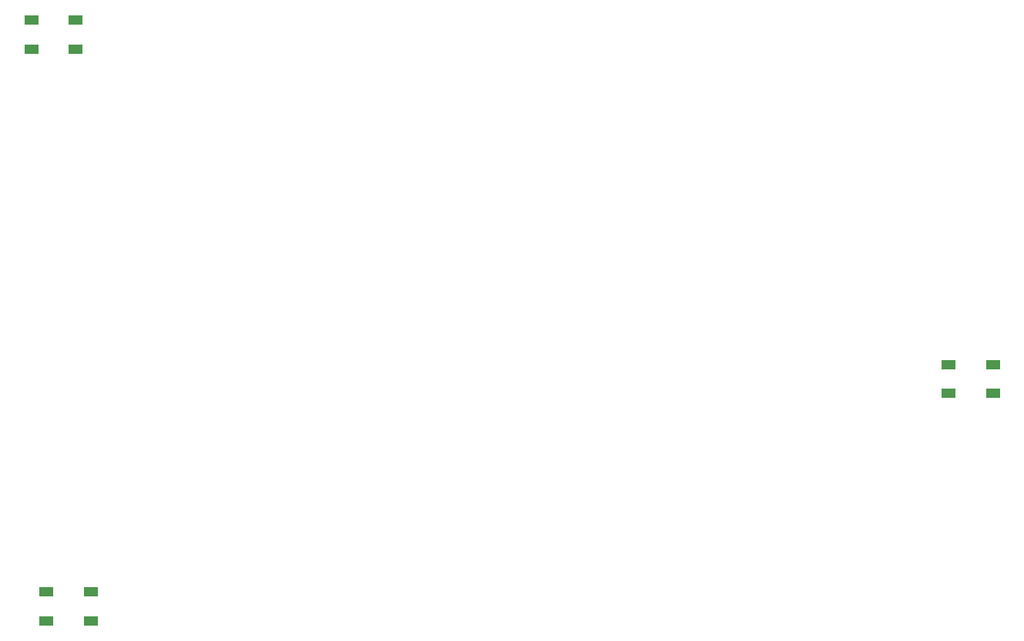
<source format=gbr>
%TF.GenerationSoftware,KiCad,Pcbnew,(5.99.0-11661-g1332208ab1)*%
%TF.CreationDate,2021-08-23T15:05:43-04:00*%
%TF.ProjectId,tapir36,74617069-7233-4362-9e6b-696361645f70,rev?*%
%TF.SameCoordinates,Original*%
%TF.FileFunction,Paste,Bot*%
%TF.FilePolarity,Positive*%
%FSLAX46Y46*%
G04 Gerber Fmt 4.6, Leading zero omitted, Abs format (unit mm)*
G04 Created by KiCad (PCBNEW (5.99.0-11661-g1332208ab1)) date 2021-08-23 15:05:43*
%MOMM*%
%LPD*%
G01*
G04 APERTURE LIST*
%ADD10R,1.500000X1.000000*%
G04 APERTURE END LIST*
D10*
%TO.C,D19*%
X213789569Y-98814958D03*
X213789569Y-95614958D03*
X218689569Y-95614958D03*
X218689569Y-98814958D03*
%TD*%
%TO.C,D20*%
X112989999Y-60914956D03*
X112989999Y-57714956D03*
X117889999Y-57714956D03*
X117889999Y-60914956D03*
%TD*%
%TO.C,D21*%
X114670000Y-123860000D03*
X114670000Y-120660000D03*
X119570000Y-120660000D03*
X119570000Y-123860000D03*
%TD*%
M02*

</source>
